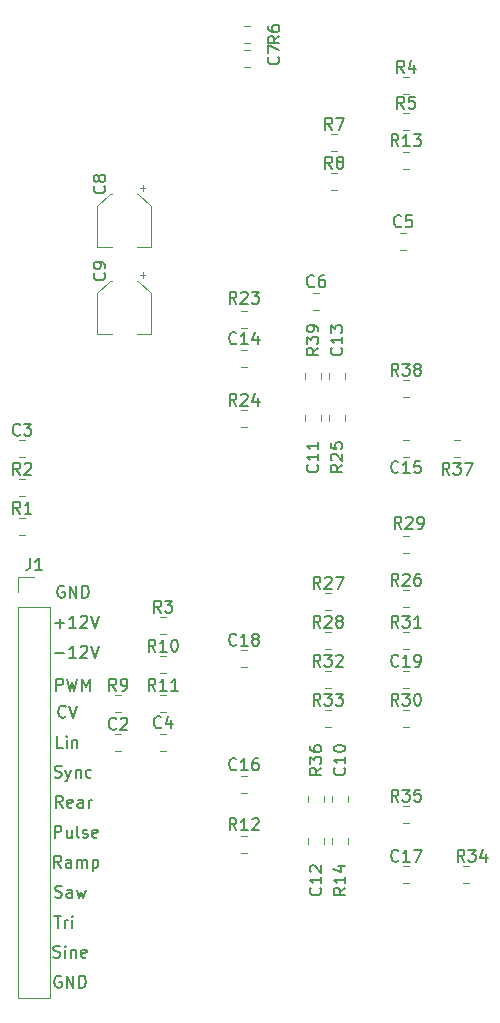
<source format=gbr>
G04 #@! TF.GenerationSoftware,KiCad,Pcbnew,(5.1.4-0-10_14)*
G04 #@! TF.CreationDate,2019-10-08T21:24:40-07:00*
G04 #@! TF.ProjectId,VCO_Main,56434f5f-4d61-4696-9e2e-6b696361645f,rev?*
G04 #@! TF.SameCoordinates,Original*
G04 #@! TF.FileFunction,Legend,Top*
G04 #@! TF.FilePolarity,Positive*
%FSLAX46Y46*%
G04 Gerber Fmt 4.6, Leading zero omitted, Abs format (unit mm)*
G04 Created by KiCad (PCBNEW (5.1.4-0-10_14)) date 2019-10-08 21:24:40*
%MOMM*%
%LPD*%
G04 APERTURE LIST*
%ADD10C,0.150000*%
%ADD11C,0.120000*%
G04 APERTURE END LIST*
D10*
X73406095Y-150884000D02*
X73310857Y-150836380D01*
X73168000Y-150836380D01*
X73025142Y-150884000D01*
X72929904Y-150979238D01*
X72882285Y-151074476D01*
X72834666Y-151264952D01*
X72834666Y-151407809D01*
X72882285Y-151598285D01*
X72929904Y-151693523D01*
X73025142Y-151788761D01*
X73168000Y-151836380D01*
X73263238Y-151836380D01*
X73406095Y-151788761D01*
X73453714Y-151741142D01*
X73453714Y-151407809D01*
X73263238Y-151407809D01*
X73882285Y-151836380D02*
X73882285Y-150836380D01*
X74453714Y-151836380D01*
X74453714Y-150836380D01*
X74929904Y-151836380D02*
X74929904Y-150836380D01*
X75168000Y-150836380D01*
X75310857Y-150884000D01*
X75406095Y-150979238D01*
X75453714Y-151074476D01*
X75501333Y-151264952D01*
X75501333Y-151407809D01*
X75453714Y-151598285D01*
X75406095Y-151693523D01*
X75310857Y-151788761D01*
X75168000Y-151836380D01*
X74929904Y-151836380D01*
X73414095Y-141676380D02*
X73080761Y-141200190D01*
X72842666Y-141676380D02*
X72842666Y-140676380D01*
X73223619Y-140676380D01*
X73318857Y-140724000D01*
X73366476Y-140771619D01*
X73414095Y-140866857D01*
X73414095Y-141009714D01*
X73366476Y-141104952D01*
X73318857Y-141152571D01*
X73223619Y-141200190D01*
X72842666Y-141200190D01*
X74271238Y-141676380D02*
X74271238Y-141152571D01*
X74223619Y-141057333D01*
X74128380Y-141009714D01*
X73937904Y-141009714D01*
X73842666Y-141057333D01*
X74271238Y-141628761D02*
X74176000Y-141676380D01*
X73937904Y-141676380D01*
X73842666Y-141628761D01*
X73795047Y-141533523D01*
X73795047Y-141438285D01*
X73842666Y-141343047D01*
X73937904Y-141295428D01*
X74176000Y-141295428D01*
X74271238Y-141247809D01*
X74747428Y-141676380D02*
X74747428Y-141009714D01*
X74747428Y-141104952D02*
X74795047Y-141057333D01*
X74890285Y-141009714D01*
X75033142Y-141009714D01*
X75128380Y-141057333D01*
X75176000Y-141152571D01*
X75176000Y-141676380D01*
X75176000Y-141152571D02*
X75223619Y-141057333D01*
X75318857Y-141009714D01*
X75461714Y-141009714D01*
X75556952Y-141057333D01*
X75604571Y-141152571D01*
X75604571Y-141676380D01*
X76080761Y-141009714D02*
X76080761Y-142009714D01*
X76080761Y-141057333D02*
X76176000Y-141009714D01*
X76366476Y-141009714D01*
X76461714Y-141057333D01*
X76509333Y-141104952D01*
X76556952Y-141200190D01*
X76556952Y-141485904D01*
X76509333Y-141581142D01*
X76461714Y-141628761D01*
X76366476Y-141676380D01*
X76176000Y-141676380D01*
X76080761Y-141628761D01*
X73660095Y-117864000D02*
X73564857Y-117816380D01*
X73422000Y-117816380D01*
X73279142Y-117864000D01*
X73183904Y-117959238D01*
X73136285Y-118054476D01*
X73088666Y-118244952D01*
X73088666Y-118387809D01*
X73136285Y-118578285D01*
X73183904Y-118673523D01*
X73279142Y-118768761D01*
X73422000Y-118816380D01*
X73517238Y-118816380D01*
X73660095Y-118768761D01*
X73707714Y-118721142D01*
X73707714Y-118387809D01*
X73517238Y-118387809D01*
X74136285Y-118816380D02*
X74136285Y-117816380D01*
X74707714Y-118816380D01*
X74707714Y-117816380D01*
X75183904Y-118816380D02*
X75183904Y-117816380D01*
X75422000Y-117816380D01*
X75564857Y-117864000D01*
X75660095Y-117959238D01*
X75707714Y-118054476D01*
X75755333Y-118244952D01*
X75755333Y-118387809D01*
X75707714Y-118578285D01*
X75660095Y-118673523D01*
X75564857Y-118768761D01*
X75422000Y-118816380D01*
X75183904Y-118816380D01*
X72763238Y-149248761D02*
X72906095Y-149296380D01*
X73144190Y-149296380D01*
X73239428Y-149248761D01*
X73287047Y-149201142D01*
X73334666Y-149105904D01*
X73334666Y-149010666D01*
X73287047Y-148915428D01*
X73239428Y-148867809D01*
X73144190Y-148820190D01*
X72953714Y-148772571D01*
X72858476Y-148724952D01*
X72810857Y-148677333D01*
X72763238Y-148582095D01*
X72763238Y-148486857D01*
X72810857Y-148391619D01*
X72858476Y-148344000D01*
X72953714Y-148296380D01*
X73191809Y-148296380D01*
X73334666Y-148344000D01*
X73763238Y-149296380D02*
X73763238Y-148629714D01*
X73763238Y-148296380D02*
X73715619Y-148344000D01*
X73763238Y-148391619D01*
X73810857Y-148344000D01*
X73763238Y-148296380D01*
X73763238Y-148391619D01*
X74239428Y-148629714D02*
X74239428Y-149296380D01*
X74239428Y-148724952D02*
X74287047Y-148677333D01*
X74382285Y-148629714D01*
X74525142Y-148629714D01*
X74620380Y-148677333D01*
X74668000Y-148772571D01*
X74668000Y-149296380D01*
X75525142Y-149248761D02*
X75429904Y-149296380D01*
X75239428Y-149296380D01*
X75144190Y-149248761D01*
X75096571Y-149153523D01*
X75096571Y-148772571D01*
X75144190Y-148677333D01*
X75239428Y-148629714D01*
X75429904Y-148629714D01*
X75525142Y-148677333D01*
X75572761Y-148772571D01*
X75572761Y-148867809D01*
X75096571Y-148963047D01*
X72826666Y-145756380D02*
X73398095Y-145756380D01*
X73112380Y-146756380D02*
X73112380Y-145756380D01*
X73731428Y-146756380D02*
X73731428Y-146089714D01*
X73731428Y-146280190D02*
X73779047Y-146184952D01*
X73826666Y-146137333D01*
X73921904Y-146089714D01*
X74017142Y-146089714D01*
X74350476Y-146756380D02*
X74350476Y-146089714D01*
X74350476Y-145756380D02*
X74302857Y-145804000D01*
X74350476Y-145851619D01*
X74398095Y-145804000D01*
X74350476Y-145756380D01*
X74350476Y-145851619D01*
X72866476Y-139136380D02*
X72866476Y-138136380D01*
X73247428Y-138136380D01*
X73342666Y-138184000D01*
X73390285Y-138231619D01*
X73437904Y-138326857D01*
X73437904Y-138469714D01*
X73390285Y-138564952D01*
X73342666Y-138612571D01*
X73247428Y-138660190D01*
X72866476Y-138660190D01*
X74295047Y-138469714D02*
X74295047Y-139136380D01*
X73866476Y-138469714D02*
X73866476Y-138993523D01*
X73914095Y-139088761D01*
X74009333Y-139136380D01*
X74152190Y-139136380D01*
X74247428Y-139088761D01*
X74295047Y-139041142D01*
X74914095Y-139136380D02*
X74818857Y-139088761D01*
X74771238Y-138993523D01*
X74771238Y-138136380D01*
X75247428Y-139088761D02*
X75342666Y-139136380D01*
X75533142Y-139136380D01*
X75628380Y-139088761D01*
X75676000Y-138993523D01*
X75676000Y-138945904D01*
X75628380Y-138850666D01*
X75533142Y-138803047D01*
X75390285Y-138803047D01*
X75295047Y-138755428D01*
X75247428Y-138660190D01*
X75247428Y-138612571D01*
X75295047Y-138517333D01*
X75390285Y-138469714D01*
X75533142Y-138469714D01*
X75628380Y-138517333D01*
X76485523Y-139088761D02*
X76390285Y-139136380D01*
X76199809Y-139136380D01*
X76104571Y-139088761D01*
X76056952Y-138993523D01*
X76056952Y-138612571D01*
X76104571Y-138517333D01*
X76199809Y-138469714D01*
X76390285Y-138469714D01*
X76485523Y-138517333D01*
X76533142Y-138612571D01*
X76533142Y-138707809D01*
X76056952Y-138803047D01*
X72906095Y-144168761D02*
X73048952Y-144216380D01*
X73287047Y-144216380D01*
X73382285Y-144168761D01*
X73429904Y-144121142D01*
X73477523Y-144025904D01*
X73477523Y-143930666D01*
X73429904Y-143835428D01*
X73382285Y-143787809D01*
X73287047Y-143740190D01*
X73096571Y-143692571D01*
X73001333Y-143644952D01*
X72953714Y-143597333D01*
X72906095Y-143502095D01*
X72906095Y-143406857D01*
X72953714Y-143311619D01*
X73001333Y-143264000D01*
X73096571Y-143216380D01*
X73334666Y-143216380D01*
X73477523Y-143264000D01*
X74334666Y-144216380D02*
X74334666Y-143692571D01*
X74287047Y-143597333D01*
X74191809Y-143549714D01*
X74001333Y-143549714D01*
X73906095Y-143597333D01*
X74334666Y-144168761D02*
X74239428Y-144216380D01*
X74001333Y-144216380D01*
X73906095Y-144168761D01*
X73858476Y-144073523D01*
X73858476Y-143978285D01*
X73906095Y-143883047D01*
X74001333Y-143835428D01*
X74239428Y-143835428D01*
X74334666Y-143787809D01*
X74715619Y-143549714D02*
X74906095Y-144216380D01*
X75096571Y-143740190D01*
X75287047Y-144216380D01*
X75477523Y-143549714D01*
X72914095Y-123515428D02*
X73676000Y-123515428D01*
X74676000Y-123896380D02*
X74104571Y-123896380D01*
X74390285Y-123896380D02*
X74390285Y-122896380D01*
X74295047Y-123039238D01*
X74199809Y-123134476D01*
X74104571Y-123182095D01*
X75056952Y-122991619D02*
X75104571Y-122944000D01*
X75199809Y-122896380D01*
X75437904Y-122896380D01*
X75533142Y-122944000D01*
X75580761Y-122991619D01*
X75628380Y-123086857D01*
X75628380Y-123182095D01*
X75580761Y-123324952D01*
X75009333Y-123896380D01*
X75628380Y-123896380D01*
X75914095Y-122896380D02*
X76247428Y-123896380D01*
X76580761Y-122896380D01*
X72914095Y-120975428D02*
X73676000Y-120975428D01*
X73295047Y-121356380D02*
X73295047Y-120594476D01*
X74676000Y-121356380D02*
X74104571Y-121356380D01*
X74390285Y-121356380D02*
X74390285Y-120356380D01*
X74295047Y-120499238D01*
X74199809Y-120594476D01*
X74104571Y-120642095D01*
X75056952Y-120451619D02*
X75104571Y-120404000D01*
X75199809Y-120356380D01*
X75437904Y-120356380D01*
X75533142Y-120404000D01*
X75580761Y-120451619D01*
X75628380Y-120546857D01*
X75628380Y-120642095D01*
X75580761Y-120784952D01*
X75009333Y-121356380D01*
X75628380Y-121356380D01*
X75914095Y-120356380D02*
X76247428Y-121356380D01*
X76580761Y-120356380D01*
X73794952Y-128881142D02*
X73747333Y-128928761D01*
X73604476Y-128976380D01*
X73509238Y-128976380D01*
X73366380Y-128928761D01*
X73271142Y-128833523D01*
X73223523Y-128738285D01*
X73175904Y-128547809D01*
X73175904Y-128404952D01*
X73223523Y-128214476D01*
X73271142Y-128119238D01*
X73366380Y-128024000D01*
X73509238Y-127976380D01*
X73604476Y-127976380D01*
X73747333Y-128024000D01*
X73794952Y-128071619D01*
X74080666Y-127976380D02*
X74414000Y-128976380D01*
X74747333Y-127976380D01*
X73533047Y-131516380D02*
X73056857Y-131516380D01*
X73056857Y-130516380D01*
X73866380Y-131516380D02*
X73866380Y-130849714D01*
X73866380Y-130516380D02*
X73818761Y-130564000D01*
X73866380Y-130611619D01*
X73914000Y-130564000D01*
X73866380Y-130516380D01*
X73866380Y-130611619D01*
X74342571Y-130849714D02*
X74342571Y-131516380D01*
X74342571Y-130944952D02*
X74390190Y-130897333D01*
X74485428Y-130849714D01*
X74628285Y-130849714D01*
X74723523Y-130897333D01*
X74771142Y-130992571D01*
X74771142Y-131516380D01*
X73541047Y-136596380D02*
X73207714Y-136120190D01*
X72969619Y-136596380D02*
X72969619Y-135596380D01*
X73350571Y-135596380D01*
X73445809Y-135644000D01*
X73493428Y-135691619D01*
X73541047Y-135786857D01*
X73541047Y-135929714D01*
X73493428Y-136024952D01*
X73445809Y-136072571D01*
X73350571Y-136120190D01*
X72969619Y-136120190D01*
X74350571Y-136548761D02*
X74255333Y-136596380D01*
X74064857Y-136596380D01*
X73969619Y-136548761D01*
X73922000Y-136453523D01*
X73922000Y-136072571D01*
X73969619Y-135977333D01*
X74064857Y-135929714D01*
X74255333Y-135929714D01*
X74350571Y-135977333D01*
X74398190Y-136072571D01*
X74398190Y-136167809D01*
X73922000Y-136263047D01*
X75255333Y-136596380D02*
X75255333Y-136072571D01*
X75207714Y-135977333D01*
X75112476Y-135929714D01*
X74922000Y-135929714D01*
X74826761Y-135977333D01*
X75255333Y-136548761D02*
X75160095Y-136596380D01*
X74922000Y-136596380D01*
X74826761Y-136548761D01*
X74779142Y-136453523D01*
X74779142Y-136358285D01*
X74826761Y-136263047D01*
X74922000Y-136215428D01*
X75160095Y-136215428D01*
X75255333Y-136167809D01*
X75731523Y-136596380D02*
X75731523Y-135929714D01*
X75731523Y-136120190D02*
X75779142Y-136024952D01*
X75826761Y-135977333D01*
X75922000Y-135929714D01*
X76017238Y-135929714D01*
X72874380Y-134008761D02*
X73017238Y-134056380D01*
X73255333Y-134056380D01*
X73350571Y-134008761D01*
X73398190Y-133961142D01*
X73445809Y-133865904D01*
X73445809Y-133770666D01*
X73398190Y-133675428D01*
X73350571Y-133627809D01*
X73255333Y-133580190D01*
X73064857Y-133532571D01*
X72969619Y-133484952D01*
X72922000Y-133437333D01*
X72874380Y-133342095D01*
X72874380Y-133246857D01*
X72922000Y-133151619D01*
X72969619Y-133104000D01*
X73064857Y-133056380D01*
X73302952Y-133056380D01*
X73445809Y-133104000D01*
X73779142Y-133389714D02*
X74017238Y-134056380D01*
X74255333Y-133389714D02*
X74017238Y-134056380D01*
X73922000Y-134294476D01*
X73874380Y-134342095D01*
X73779142Y-134389714D01*
X74636285Y-133389714D02*
X74636285Y-134056380D01*
X74636285Y-133484952D02*
X74683904Y-133437333D01*
X74779142Y-133389714D01*
X74922000Y-133389714D01*
X75017238Y-133437333D01*
X75064857Y-133532571D01*
X75064857Y-134056380D01*
X75969619Y-134008761D02*
X75874380Y-134056380D01*
X75683904Y-134056380D01*
X75588666Y-134008761D01*
X75541047Y-133961142D01*
X75493428Y-133865904D01*
X75493428Y-133580190D01*
X75541047Y-133484952D01*
X75588666Y-133437333D01*
X75683904Y-133389714D01*
X75874380Y-133389714D01*
X75969619Y-133437333D01*
X73017238Y-126690380D02*
X73017238Y-125690380D01*
X73398190Y-125690380D01*
X73493428Y-125738000D01*
X73541047Y-125785619D01*
X73588666Y-125880857D01*
X73588666Y-126023714D01*
X73541047Y-126118952D01*
X73493428Y-126166571D01*
X73398190Y-126214190D01*
X73017238Y-126214190D01*
X73922000Y-125690380D02*
X74160095Y-126690380D01*
X74350571Y-125976095D01*
X74541047Y-126690380D01*
X74779142Y-125690380D01*
X75160095Y-126690380D02*
X75160095Y-125690380D01*
X75493428Y-126404666D01*
X75826761Y-125690380D01*
X75826761Y-126690380D01*
D11*
X102874578Y-74728000D02*
X102357422Y-74728000D01*
X102874578Y-76148000D02*
X102357422Y-76148000D01*
X102357422Y-79196000D02*
X102874578Y-79196000D01*
X102357422Y-77776000D02*
X102874578Y-77776000D01*
X88895422Y-71830000D02*
X89412578Y-71830000D01*
X88895422Y-70410000D02*
X89412578Y-70410000D01*
X96778578Y-79554000D02*
X96261422Y-79554000D01*
X96778578Y-80974000D02*
X96261422Y-80974000D01*
X96261422Y-84276000D02*
X96778578Y-84276000D01*
X96261422Y-82856000D02*
X96778578Y-82856000D01*
X89158578Y-94540000D02*
X88641422Y-94540000D01*
X89158578Y-95960000D02*
X88641422Y-95960000D01*
X88641422Y-104342000D02*
X89158578Y-104342000D01*
X88641422Y-102922000D02*
X89158578Y-102922000D01*
X97484000Y-103890578D02*
X97484000Y-103373422D01*
X96064000Y-103890578D02*
X96064000Y-103373422D01*
X102874578Y-118162000D02*
X102357422Y-118162000D01*
X102874578Y-119582000D02*
X102357422Y-119582000D01*
X96270578Y-118416000D02*
X95753422Y-118416000D01*
X96270578Y-119836000D02*
X95753422Y-119836000D01*
X96270578Y-121718000D02*
X95753422Y-121718000D01*
X96270578Y-123138000D02*
X95753422Y-123138000D01*
X102357422Y-115010000D02*
X102874578Y-115010000D01*
X102357422Y-113590000D02*
X102874578Y-113590000D01*
X102357422Y-129742000D02*
X102874578Y-129742000D01*
X102357422Y-128322000D02*
X102874578Y-128322000D01*
X102874578Y-121718000D02*
X102357422Y-121718000D01*
X102874578Y-123138000D02*
X102357422Y-123138000D01*
X96270578Y-125020000D02*
X95753422Y-125020000D01*
X96270578Y-126440000D02*
X95753422Y-126440000D01*
X96270578Y-128322000D02*
X95753422Y-128322000D01*
X96270578Y-129742000D02*
X95753422Y-129742000D01*
X107954578Y-141530000D02*
X107437422Y-141530000D01*
X107954578Y-142950000D02*
X107437422Y-142950000D01*
X102874578Y-136450000D02*
X102357422Y-136450000D01*
X102874578Y-137870000D02*
X102357422Y-137870000D01*
X95706000Y-136148578D02*
X95706000Y-135631422D01*
X94286000Y-136148578D02*
X94286000Y-135631422D01*
X107192578Y-105462000D02*
X106675422Y-105462000D01*
X107192578Y-106882000D02*
X106675422Y-106882000D01*
X102874578Y-100382000D02*
X102357422Y-100382000D01*
X102874578Y-101802000D02*
X102357422Y-101802000D01*
X95452000Y-100334578D02*
X95452000Y-99817422D01*
X94032000Y-100334578D02*
X94032000Y-99817422D01*
X88895422Y-72442000D02*
X89412578Y-72442000D01*
X88895422Y-73862000D02*
X89412578Y-73862000D01*
X102357422Y-82498000D02*
X102874578Y-82498000D01*
X102357422Y-81078000D02*
X102874578Y-81078000D01*
X76480000Y-89128000D02*
X77680000Y-89128000D01*
X81000000Y-89128000D02*
X79800000Y-89128000D01*
X81000000Y-85672437D02*
X81000000Y-89128000D01*
X76480000Y-85672437D02*
X76480000Y-89128000D01*
X77544437Y-84608000D02*
X77680000Y-84608000D01*
X79935563Y-84608000D02*
X79800000Y-84608000D01*
X79935563Y-84608000D02*
X81000000Y-85672437D01*
X77544437Y-84608000D02*
X76480000Y-85672437D01*
X80300000Y-83868000D02*
X80300000Y-84368000D01*
X80550000Y-84118000D02*
X80050000Y-84118000D01*
X80550000Y-91484000D02*
X80050000Y-91484000D01*
X80300000Y-91234000D02*
X80300000Y-91734000D01*
X77544437Y-91974000D02*
X76480000Y-93038437D01*
X79935563Y-91974000D02*
X81000000Y-93038437D01*
X79935563Y-91974000D02*
X79800000Y-91974000D01*
X77544437Y-91974000D02*
X77680000Y-91974000D01*
X76480000Y-93038437D02*
X76480000Y-96494000D01*
X81000000Y-93038437D02*
X81000000Y-96494000D01*
X81000000Y-96494000D02*
X79800000Y-96494000D01*
X76480000Y-96494000D02*
X77680000Y-96494000D01*
X78490578Y-131774000D02*
X77973422Y-131774000D01*
X78490578Y-130354000D02*
X77973422Y-130354000D01*
X69845422Y-105462000D02*
X70362578Y-105462000D01*
X69845422Y-106882000D02*
X70362578Y-106882000D01*
X81783422Y-131774000D02*
X82300578Y-131774000D01*
X81783422Y-130354000D02*
X82300578Y-130354000D01*
X102103422Y-87936000D02*
X102620578Y-87936000D01*
X102103422Y-89356000D02*
X102620578Y-89356000D01*
X94737422Y-94436000D02*
X95254578Y-94436000D01*
X94737422Y-93016000D02*
X95254578Y-93016000D01*
X69845422Y-113486000D02*
X70362578Y-113486000D01*
X69845422Y-112066000D02*
X70362578Y-112066000D01*
X70362578Y-110184000D02*
X69845422Y-110184000D01*
X70362578Y-108764000D02*
X69845422Y-108764000D01*
X82300578Y-120448000D02*
X81783422Y-120448000D01*
X82300578Y-121868000D02*
X81783422Y-121868000D01*
X78490578Y-128472000D02*
X77973422Y-128472000D01*
X78490578Y-127052000D02*
X77973422Y-127052000D01*
X82300578Y-123750000D02*
X81783422Y-123750000D01*
X82300578Y-125170000D02*
X81783422Y-125170000D01*
X82300578Y-128472000D02*
X81783422Y-128472000D01*
X82300578Y-127052000D02*
X81783422Y-127052000D01*
X69790000Y-152714000D02*
X72450000Y-152714000D01*
X69790000Y-119634000D02*
X69790000Y-152714000D01*
X72450000Y-119634000D02*
X72450000Y-152714000D01*
X69790000Y-119634000D02*
X72450000Y-119634000D01*
X69790000Y-118364000D02*
X69790000Y-117034000D01*
X69790000Y-117034000D02*
X71120000Y-117034000D01*
X88641422Y-140410000D02*
X89158578Y-140410000D01*
X88641422Y-138990000D02*
X89158578Y-138990000D01*
X96318000Y-139704578D02*
X96318000Y-139187422D01*
X97738000Y-139704578D02*
X97738000Y-139187422D01*
X96318000Y-135631422D02*
X96318000Y-136148578D01*
X97738000Y-135631422D02*
X97738000Y-136148578D01*
X95452000Y-103373422D02*
X95452000Y-103890578D01*
X94032000Y-103373422D02*
X94032000Y-103890578D01*
X95706000Y-139187422D02*
X95706000Y-139704578D01*
X94286000Y-139187422D02*
X94286000Y-139704578D01*
X96064000Y-99817422D02*
X96064000Y-100334578D01*
X97484000Y-99817422D02*
X97484000Y-100334578D01*
X88641422Y-97842000D02*
X89158578Y-97842000D01*
X88641422Y-99262000D02*
X89158578Y-99262000D01*
X102874578Y-105462000D02*
X102357422Y-105462000D01*
X102874578Y-106882000D02*
X102357422Y-106882000D01*
X88641422Y-133910000D02*
X89158578Y-133910000D01*
X88641422Y-135330000D02*
X89158578Y-135330000D01*
X102874578Y-141530000D02*
X102357422Y-141530000D01*
X102874578Y-142950000D02*
X102357422Y-142950000D01*
X88641422Y-123242000D02*
X89158578Y-123242000D01*
X88641422Y-124662000D02*
X89158578Y-124662000D01*
X102874578Y-125020000D02*
X102357422Y-125020000D01*
X102874578Y-126440000D02*
X102357422Y-126440000D01*
D10*
X102449333Y-74366380D02*
X102116000Y-73890190D01*
X101877904Y-74366380D02*
X101877904Y-73366380D01*
X102258857Y-73366380D01*
X102354095Y-73414000D01*
X102401714Y-73461619D01*
X102449333Y-73556857D01*
X102449333Y-73699714D01*
X102401714Y-73794952D01*
X102354095Y-73842571D01*
X102258857Y-73890190D01*
X101877904Y-73890190D01*
X103306476Y-73699714D02*
X103306476Y-74366380D01*
X103068380Y-73318761D02*
X102830285Y-74033047D01*
X103449333Y-74033047D01*
X102449333Y-77414380D02*
X102116000Y-76938190D01*
X101877904Y-77414380D02*
X101877904Y-76414380D01*
X102258857Y-76414380D01*
X102354095Y-76462000D01*
X102401714Y-76509619D01*
X102449333Y-76604857D01*
X102449333Y-76747714D01*
X102401714Y-76842952D01*
X102354095Y-76890571D01*
X102258857Y-76938190D01*
X101877904Y-76938190D01*
X103354095Y-76414380D02*
X102877904Y-76414380D01*
X102830285Y-76890571D01*
X102877904Y-76842952D01*
X102973142Y-76795333D01*
X103211238Y-76795333D01*
X103306476Y-76842952D01*
X103354095Y-76890571D01*
X103401714Y-76985809D01*
X103401714Y-77223904D01*
X103354095Y-77319142D01*
X103306476Y-77366761D01*
X103211238Y-77414380D01*
X102973142Y-77414380D01*
X102877904Y-77366761D01*
X102830285Y-77319142D01*
X91892380Y-71286666D02*
X91416190Y-71620000D01*
X91892380Y-71858095D02*
X90892380Y-71858095D01*
X90892380Y-71477142D01*
X90940000Y-71381904D01*
X90987619Y-71334285D01*
X91082857Y-71286666D01*
X91225714Y-71286666D01*
X91320952Y-71334285D01*
X91368571Y-71381904D01*
X91416190Y-71477142D01*
X91416190Y-71858095D01*
X90892380Y-70429523D02*
X90892380Y-70620000D01*
X90940000Y-70715238D01*
X90987619Y-70762857D01*
X91130476Y-70858095D01*
X91320952Y-70905714D01*
X91701904Y-70905714D01*
X91797142Y-70858095D01*
X91844761Y-70810476D01*
X91892380Y-70715238D01*
X91892380Y-70524761D01*
X91844761Y-70429523D01*
X91797142Y-70381904D01*
X91701904Y-70334285D01*
X91463809Y-70334285D01*
X91368571Y-70381904D01*
X91320952Y-70429523D01*
X91273333Y-70524761D01*
X91273333Y-70715238D01*
X91320952Y-70810476D01*
X91368571Y-70858095D01*
X91463809Y-70905714D01*
X96353333Y-79192380D02*
X96020000Y-78716190D01*
X95781904Y-79192380D02*
X95781904Y-78192380D01*
X96162857Y-78192380D01*
X96258095Y-78240000D01*
X96305714Y-78287619D01*
X96353333Y-78382857D01*
X96353333Y-78525714D01*
X96305714Y-78620952D01*
X96258095Y-78668571D01*
X96162857Y-78716190D01*
X95781904Y-78716190D01*
X96686666Y-78192380D02*
X97353333Y-78192380D01*
X96924761Y-79192380D01*
X96353333Y-82494380D02*
X96020000Y-82018190D01*
X95781904Y-82494380D02*
X95781904Y-81494380D01*
X96162857Y-81494380D01*
X96258095Y-81542000D01*
X96305714Y-81589619D01*
X96353333Y-81684857D01*
X96353333Y-81827714D01*
X96305714Y-81922952D01*
X96258095Y-81970571D01*
X96162857Y-82018190D01*
X95781904Y-82018190D01*
X96924761Y-81922952D02*
X96829523Y-81875333D01*
X96781904Y-81827714D01*
X96734285Y-81732476D01*
X96734285Y-81684857D01*
X96781904Y-81589619D01*
X96829523Y-81542000D01*
X96924761Y-81494380D01*
X97115238Y-81494380D01*
X97210476Y-81542000D01*
X97258095Y-81589619D01*
X97305714Y-81684857D01*
X97305714Y-81732476D01*
X97258095Y-81827714D01*
X97210476Y-81875333D01*
X97115238Y-81922952D01*
X96924761Y-81922952D01*
X96829523Y-81970571D01*
X96781904Y-82018190D01*
X96734285Y-82113428D01*
X96734285Y-82303904D01*
X96781904Y-82399142D01*
X96829523Y-82446761D01*
X96924761Y-82494380D01*
X97115238Y-82494380D01*
X97210476Y-82446761D01*
X97258095Y-82399142D01*
X97305714Y-82303904D01*
X97305714Y-82113428D01*
X97258095Y-82018190D01*
X97210476Y-81970571D01*
X97115238Y-81922952D01*
X88257142Y-93924380D02*
X87923809Y-93448190D01*
X87685714Y-93924380D02*
X87685714Y-92924380D01*
X88066666Y-92924380D01*
X88161904Y-92972000D01*
X88209523Y-93019619D01*
X88257142Y-93114857D01*
X88257142Y-93257714D01*
X88209523Y-93352952D01*
X88161904Y-93400571D01*
X88066666Y-93448190D01*
X87685714Y-93448190D01*
X88638095Y-93019619D02*
X88685714Y-92972000D01*
X88780952Y-92924380D01*
X89019047Y-92924380D01*
X89114285Y-92972000D01*
X89161904Y-93019619D01*
X89209523Y-93114857D01*
X89209523Y-93210095D01*
X89161904Y-93352952D01*
X88590476Y-93924380D01*
X89209523Y-93924380D01*
X89542857Y-92924380D02*
X90161904Y-92924380D01*
X89828571Y-93305333D01*
X89971428Y-93305333D01*
X90066666Y-93352952D01*
X90114285Y-93400571D01*
X90161904Y-93495809D01*
X90161904Y-93733904D01*
X90114285Y-93829142D01*
X90066666Y-93876761D01*
X89971428Y-93924380D01*
X89685714Y-93924380D01*
X89590476Y-93876761D01*
X89542857Y-93829142D01*
X88257142Y-102560380D02*
X87923809Y-102084190D01*
X87685714Y-102560380D02*
X87685714Y-101560380D01*
X88066666Y-101560380D01*
X88161904Y-101608000D01*
X88209523Y-101655619D01*
X88257142Y-101750857D01*
X88257142Y-101893714D01*
X88209523Y-101988952D01*
X88161904Y-102036571D01*
X88066666Y-102084190D01*
X87685714Y-102084190D01*
X88638095Y-101655619D02*
X88685714Y-101608000D01*
X88780952Y-101560380D01*
X89019047Y-101560380D01*
X89114285Y-101608000D01*
X89161904Y-101655619D01*
X89209523Y-101750857D01*
X89209523Y-101846095D01*
X89161904Y-101988952D01*
X88590476Y-102560380D01*
X89209523Y-102560380D01*
X90066666Y-101893714D02*
X90066666Y-102560380D01*
X89828571Y-101512761D02*
X89590476Y-102227047D01*
X90209523Y-102227047D01*
X97226380Y-107576857D02*
X96750190Y-107910190D01*
X97226380Y-108148285D02*
X96226380Y-108148285D01*
X96226380Y-107767333D01*
X96274000Y-107672095D01*
X96321619Y-107624476D01*
X96416857Y-107576857D01*
X96559714Y-107576857D01*
X96654952Y-107624476D01*
X96702571Y-107672095D01*
X96750190Y-107767333D01*
X96750190Y-108148285D01*
X96321619Y-107195904D02*
X96274000Y-107148285D01*
X96226380Y-107053047D01*
X96226380Y-106814952D01*
X96274000Y-106719714D01*
X96321619Y-106672095D01*
X96416857Y-106624476D01*
X96512095Y-106624476D01*
X96654952Y-106672095D01*
X97226380Y-107243523D01*
X97226380Y-106624476D01*
X96226380Y-105719714D02*
X96226380Y-106195904D01*
X96702571Y-106243523D01*
X96654952Y-106195904D01*
X96607333Y-106100666D01*
X96607333Y-105862571D01*
X96654952Y-105767333D01*
X96702571Y-105719714D01*
X96797809Y-105672095D01*
X97035904Y-105672095D01*
X97131142Y-105719714D01*
X97178761Y-105767333D01*
X97226380Y-105862571D01*
X97226380Y-106100666D01*
X97178761Y-106195904D01*
X97131142Y-106243523D01*
X101973142Y-117800380D02*
X101639809Y-117324190D01*
X101401714Y-117800380D02*
X101401714Y-116800380D01*
X101782666Y-116800380D01*
X101877904Y-116848000D01*
X101925523Y-116895619D01*
X101973142Y-116990857D01*
X101973142Y-117133714D01*
X101925523Y-117228952D01*
X101877904Y-117276571D01*
X101782666Y-117324190D01*
X101401714Y-117324190D01*
X102354095Y-116895619D02*
X102401714Y-116848000D01*
X102496952Y-116800380D01*
X102735047Y-116800380D01*
X102830285Y-116848000D01*
X102877904Y-116895619D01*
X102925523Y-116990857D01*
X102925523Y-117086095D01*
X102877904Y-117228952D01*
X102306476Y-117800380D01*
X102925523Y-117800380D01*
X103782666Y-116800380D02*
X103592190Y-116800380D01*
X103496952Y-116848000D01*
X103449333Y-116895619D01*
X103354095Y-117038476D01*
X103306476Y-117228952D01*
X103306476Y-117609904D01*
X103354095Y-117705142D01*
X103401714Y-117752761D01*
X103496952Y-117800380D01*
X103687428Y-117800380D01*
X103782666Y-117752761D01*
X103830285Y-117705142D01*
X103877904Y-117609904D01*
X103877904Y-117371809D01*
X103830285Y-117276571D01*
X103782666Y-117228952D01*
X103687428Y-117181333D01*
X103496952Y-117181333D01*
X103401714Y-117228952D01*
X103354095Y-117276571D01*
X103306476Y-117371809D01*
X95369142Y-118054380D02*
X95035809Y-117578190D01*
X94797714Y-118054380D02*
X94797714Y-117054380D01*
X95178666Y-117054380D01*
X95273904Y-117102000D01*
X95321523Y-117149619D01*
X95369142Y-117244857D01*
X95369142Y-117387714D01*
X95321523Y-117482952D01*
X95273904Y-117530571D01*
X95178666Y-117578190D01*
X94797714Y-117578190D01*
X95750095Y-117149619D02*
X95797714Y-117102000D01*
X95892952Y-117054380D01*
X96131047Y-117054380D01*
X96226285Y-117102000D01*
X96273904Y-117149619D01*
X96321523Y-117244857D01*
X96321523Y-117340095D01*
X96273904Y-117482952D01*
X95702476Y-118054380D01*
X96321523Y-118054380D01*
X96654857Y-117054380D02*
X97321523Y-117054380D01*
X96892952Y-118054380D01*
X95369142Y-121356380D02*
X95035809Y-120880190D01*
X94797714Y-121356380D02*
X94797714Y-120356380D01*
X95178666Y-120356380D01*
X95273904Y-120404000D01*
X95321523Y-120451619D01*
X95369142Y-120546857D01*
X95369142Y-120689714D01*
X95321523Y-120784952D01*
X95273904Y-120832571D01*
X95178666Y-120880190D01*
X94797714Y-120880190D01*
X95750095Y-120451619D02*
X95797714Y-120404000D01*
X95892952Y-120356380D01*
X96131047Y-120356380D01*
X96226285Y-120404000D01*
X96273904Y-120451619D01*
X96321523Y-120546857D01*
X96321523Y-120642095D01*
X96273904Y-120784952D01*
X95702476Y-121356380D01*
X96321523Y-121356380D01*
X96892952Y-120784952D02*
X96797714Y-120737333D01*
X96750095Y-120689714D01*
X96702476Y-120594476D01*
X96702476Y-120546857D01*
X96750095Y-120451619D01*
X96797714Y-120404000D01*
X96892952Y-120356380D01*
X97083428Y-120356380D01*
X97178666Y-120404000D01*
X97226285Y-120451619D01*
X97273904Y-120546857D01*
X97273904Y-120594476D01*
X97226285Y-120689714D01*
X97178666Y-120737333D01*
X97083428Y-120784952D01*
X96892952Y-120784952D01*
X96797714Y-120832571D01*
X96750095Y-120880190D01*
X96702476Y-120975428D01*
X96702476Y-121165904D01*
X96750095Y-121261142D01*
X96797714Y-121308761D01*
X96892952Y-121356380D01*
X97083428Y-121356380D01*
X97178666Y-121308761D01*
X97226285Y-121261142D01*
X97273904Y-121165904D01*
X97273904Y-120975428D01*
X97226285Y-120880190D01*
X97178666Y-120832571D01*
X97083428Y-120784952D01*
X102227142Y-112974380D02*
X101893809Y-112498190D01*
X101655714Y-112974380D02*
X101655714Y-111974380D01*
X102036666Y-111974380D01*
X102131904Y-112022000D01*
X102179523Y-112069619D01*
X102227142Y-112164857D01*
X102227142Y-112307714D01*
X102179523Y-112402952D01*
X102131904Y-112450571D01*
X102036666Y-112498190D01*
X101655714Y-112498190D01*
X102608095Y-112069619D02*
X102655714Y-112022000D01*
X102750952Y-111974380D01*
X102989047Y-111974380D01*
X103084285Y-112022000D01*
X103131904Y-112069619D01*
X103179523Y-112164857D01*
X103179523Y-112260095D01*
X103131904Y-112402952D01*
X102560476Y-112974380D01*
X103179523Y-112974380D01*
X103655714Y-112974380D02*
X103846190Y-112974380D01*
X103941428Y-112926761D01*
X103989047Y-112879142D01*
X104084285Y-112736285D01*
X104131904Y-112545809D01*
X104131904Y-112164857D01*
X104084285Y-112069619D01*
X104036666Y-112022000D01*
X103941428Y-111974380D01*
X103750952Y-111974380D01*
X103655714Y-112022000D01*
X103608095Y-112069619D01*
X103560476Y-112164857D01*
X103560476Y-112402952D01*
X103608095Y-112498190D01*
X103655714Y-112545809D01*
X103750952Y-112593428D01*
X103941428Y-112593428D01*
X104036666Y-112545809D01*
X104084285Y-112498190D01*
X104131904Y-112402952D01*
X101973142Y-127960380D02*
X101639809Y-127484190D01*
X101401714Y-127960380D02*
X101401714Y-126960380D01*
X101782666Y-126960380D01*
X101877904Y-127008000D01*
X101925523Y-127055619D01*
X101973142Y-127150857D01*
X101973142Y-127293714D01*
X101925523Y-127388952D01*
X101877904Y-127436571D01*
X101782666Y-127484190D01*
X101401714Y-127484190D01*
X102306476Y-126960380D02*
X102925523Y-126960380D01*
X102592190Y-127341333D01*
X102735047Y-127341333D01*
X102830285Y-127388952D01*
X102877904Y-127436571D01*
X102925523Y-127531809D01*
X102925523Y-127769904D01*
X102877904Y-127865142D01*
X102830285Y-127912761D01*
X102735047Y-127960380D01*
X102449333Y-127960380D01*
X102354095Y-127912761D01*
X102306476Y-127865142D01*
X103544571Y-126960380D02*
X103639809Y-126960380D01*
X103735047Y-127008000D01*
X103782666Y-127055619D01*
X103830285Y-127150857D01*
X103877904Y-127341333D01*
X103877904Y-127579428D01*
X103830285Y-127769904D01*
X103782666Y-127865142D01*
X103735047Y-127912761D01*
X103639809Y-127960380D01*
X103544571Y-127960380D01*
X103449333Y-127912761D01*
X103401714Y-127865142D01*
X103354095Y-127769904D01*
X103306476Y-127579428D01*
X103306476Y-127341333D01*
X103354095Y-127150857D01*
X103401714Y-127055619D01*
X103449333Y-127008000D01*
X103544571Y-126960380D01*
X101973142Y-121356380D02*
X101639809Y-120880190D01*
X101401714Y-121356380D02*
X101401714Y-120356380D01*
X101782666Y-120356380D01*
X101877904Y-120404000D01*
X101925523Y-120451619D01*
X101973142Y-120546857D01*
X101973142Y-120689714D01*
X101925523Y-120784952D01*
X101877904Y-120832571D01*
X101782666Y-120880190D01*
X101401714Y-120880190D01*
X102306476Y-120356380D02*
X102925523Y-120356380D01*
X102592190Y-120737333D01*
X102735047Y-120737333D01*
X102830285Y-120784952D01*
X102877904Y-120832571D01*
X102925523Y-120927809D01*
X102925523Y-121165904D01*
X102877904Y-121261142D01*
X102830285Y-121308761D01*
X102735047Y-121356380D01*
X102449333Y-121356380D01*
X102354095Y-121308761D01*
X102306476Y-121261142D01*
X103877904Y-121356380D02*
X103306476Y-121356380D01*
X103592190Y-121356380D02*
X103592190Y-120356380D01*
X103496952Y-120499238D01*
X103401714Y-120594476D01*
X103306476Y-120642095D01*
X95369142Y-124658380D02*
X95035809Y-124182190D01*
X94797714Y-124658380D02*
X94797714Y-123658380D01*
X95178666Y-123658380D01*
X95273904Y-123706000D01*
X95321523Y-123753619D01*
X95369142Y-123848857D01*
X95369142Y-123991714D01*
X95321523Y-124086952D01*
X95273904Y-124134571D01*
X95178666Y-124182190D01*
X94797714Y-124182190D01*
X95702476Y-123658380D02*
X96321523Y-123658380D01*
X95988190Y-124039333D01*
X96131047Y-124039333D01*
X96226285Y-124086952D01*
X96273904Y-124134571D01*
X96321523Y-124229809D01*
X96321523Y-124467904D01*
X96273904Y-124563142D01*
X96226285Y-124610761D01*
X96131047Y-124658380D01*
X95845333Y-124658380D01*
X95750095Y-124610761D01*
X95702476Y-124563142D01*
X96702476Y-123753619D02*
X96750095Y-123706000D01*
X96845333Y-123658380D01*
X97083428Y-123658380D01*
X97178666Y-123706000D01*
X97226285Y-123753619D01*
X97273904Y-123848857D01*
X97273904Y-123944095D01*
X97226285Y-124086952D01*
X96654857Y-124658380D01*
X97273904Y-124658380D01*
X95369142Y-127960380D02*
X95035809Y-127484190D01*
X94797714Y-127960380D02*
X94797714Y-126960380D01*
X95178666Y-126960380D01*
X95273904Y-127008000D01*
X95321523Y-127055619D01*
X95369142Y-127150857D01*
X95369142Y-127293714D01*
X95321523Y-127388952D01*
X95273904Y-127436571D01*
X95178666Y-127484190D01*
X94797714Y-127484190D01*
X95702476Y-126960380D02*
X96321523Y-126960380D01*
X95988190Y-127341333D01*
X96131047Y-127341333D01*
X96226285Y-127388952D01*
X96273904Y-127436571D01*
X96321523Y-127531809D01*
X96321523Y-127769904D01*
X96273904Y-127865142D01*
X96226285Y-127912761D01*
X96131047Y-127960380D01*
X95845333Y-127960380D01*
X95750095Y-127912761D01*
X95702476Y-127865142D01*
X96654857Y-126960380D02*
X97273904Y-126960380D01*
X96940571Y-127341333D01*
X97083428Y-127341333D01*
X97178666Y-127388952D01*
X97226285Y-127436571D01*
X97273904Y-127531809D01*
X97273904Y-127769904D01*
X97226285Y-127865142D01*
X97178666Y-127912761D01*
X97083428Y-127960380D01*
X96797714Y-127960380D01*
X96702476Y-127912761D01*
X96654857Y-127865142D01*
X107561142Y-141168380D02*
X107227809Y-140692190D01*
X106989714Y-141168380D02*
X106989714Y-140168380D01*
X107370666Y-140168380D01*
X107465904Y-140216000D01*
X107513523Y-140263619D01*
X107561142Y-140358857D01*
X107561142Y-140501714D01*
X107513523Y-140596952D01*
X107465904Y-140644571D01*
X107370666Y-140692190D01*
X106989714Y-140692190D01*
X107894476Y-140168380D02*
X108513523Y-140168380D01*
X108180190Y-140549333D01*
X108323047Y-140549333D01*
X108418285Y-140596952D01*
X108465904Y-140644571D01*
X108513523Y-140739809D01*
X108513523Y-140977904D01*
X108465904Y-141073142D01*
X108418285Y-141120761D01*
X108323047Y-141168380D01*
X108037333Y-141168380D01*
X107942095Y-141120761D01*
X107894476Y-141073142D01*
X109370666Y-140501714D02*
X109370666Y-141168380D01*
X109132571Y-140120761D02*
X108894476Y-140835047D01*
X109513523Y-140835047D01*
X101973142Y-136088380D02*
X101639809Y-135612190D01*
X101401714Y-136088380D02*
X101401714Y-135088380D01*
X101782666Y-135088380D01*
X101877904Y-135136000D01*
X101925523Y-135183619D01*
X101973142Y-135278857D01*
X101973142Y-135421714D01*
X101925523Y-135516952D01*
X101877904Y-135564571D01*
X101782666Y-135612190D01*
X101401714Y-135612190D01*
X102306476Y-135088380D02*
X102925523Y-135088380D01*
X102592190Y-135469333D01*
X102735047Y-135469333D01*
X102830285Y-135516952D01*
X102877904Y-135564571D01*
X102925523Y-135659809D01*
X102925523Y-135897904D01*
X102877904Y-135993142D01*
X102830285Y-136040761D01*
X102735047Y-136088380D01*
X102449333Y-136088380D01*
X102354095Y-136040761D01*
X102306476Y-135993142D01*
X103830285Y-135088380D02*
X103354095Y-135088380D01*
X103306476Y-135564571D01*
X103354095Y-135516952D01*
X103449333Y-135469333D01*
X103687428Y-135469333D01*
X103782666Y-135516952D01*
X103830285Y-135564571D01*
X103877904Y-135659809D01*
X103877904Y-135897904D01*
X103830285Y-135993142D01*
X103782666Y-136040761D01*
X103687428Y-136088380D01*
X103449333Y-136088380D01*
X103354095Y-136040761D01*
X103306476Y-135993142D01*
X95448380Y-133230857D02*
X94972190Y-133564190D01*
X95448380Y-133802285D02*
X94448380Y-133802285D01*
X94448380Y-133421333D01*
X94496000Y-133326095D01*
X94543619Y-133278476D01*
X94638857Y-133230857D01*
X94781714Y-133230857D01*
X94876952Y-133278476D01*
X94924571Y-133326095D01*
X94972190Y-133421333D01*
X94972190Y-133802285D01*
X94448380Y-132897523D02*
X94448380Y-132278476D01*
X94829333Y-132611809D01*
X94829333Y-132468952D01*
X94876952Y-132373714D01*
X94924571Y-132326095D01*
X95019809Y-132278476D01*
X95257904Y-132278476D01*
X95353142Y-132326095D01*
X95400761Y-132373714D01*
X95448380Y-132468952D01*
X95448380Y-132754666D01*
X95400761Y-132849904D01*
X95353142Y-132897523D01*
X94448380Y-131421333D02*
X94448380Y-131611809D01*
X94496000Y-131707047D01*
X94543619Y-131754666D01*
X94686476Y-131849904D01*
X94876952Y-131897523D01*
X95257904Y-131897523D01*
X95353142Y-131849904D01*
X95400761Y-131802285D01*
X95448380Y-131707047D01*
X95448380Y-131516571D01*
X95400761Y-131421333D01*
X95353142Y-131373714D01*
X95257904Y-131326095D01*
X95019809Y-131326095D01*
X94924571Y-131373714D01*
X94876952Y-131421333D01*
X94829333Y-131516571D01*
X94829333Y-131707047D01*
X94876952Y-131802285D01*
X94924571Y-131849904D01*
X95019809Y-131897523D01*
X106291142Y-108402380D02*
X105957809Y-107926190D01*
X105719714Y-108402380D02*
X105719714Y-107402380D01*
X106100666Y-107402380D01*
X106195904Y-107450000D01*
X106243523Y-107497619D01*
X106291142Y-107592857D01*
X106291142Y-107735714D01*
X106243523Y-107830952D01*
X106195904Y-107878571D01*
X106100666Y-107926190D01*
X105719714Y-107926190D01*
X106624476Y-107402380D02*
X107243523Y-107402380D01*
X106910190Y-107783333D01*
X107053047Y-107783333D01*
X107148285Y-107830952D01*
X107195904Y-107878571D01*
X107243523Y-107973809D01*
X107243523Y-108211904D01*
X107195904Y-108307142D01*
X107148285Y-108354761D01*
X107053047Y-108402380D01*
X106767333Y-108402380D01*
X106672095Y-108354761D01*
X106624476Y-108307142D01*
X107576857Y-107402380D02*
X108243523Y-107402380D01*
X107814952Y-108402380D01*
X101973142Y-100020380D02*
X101639809Y-99544190D01*
X101401714Y-100020380D02*
X101401714Y-99020380D01*
X101782666Y-99020380D01*
X101877904Y-99068000D01*
X101925523Y-99115619D01*
X101973142Y-99210857D01*
X101973142Y-99353714D01*
X101925523Y-99448952D01*
X101877904Y-99496571D01*
X101782666Y-99544190D01*
X101401714Y-99544190D01*
X102306476Y-99020380D02*
X102925523Y-99020380D01*
X102592190Y-99401333D01*
X102735047Y-99401333D01*
X102830285Y-99448952D01*
X102877904Y-99496571D01*
X102925523Y-99591809D01*
X102925523Y-99829904D01*
X102877904Y-99925142D01*
X102830285Y-99972761D01*
X102735047Y-100020380D01*
X102449333Y-100020380D01*
X102354095Y-99972761D01*
X102306476Y-99925142D01*
X103496952Y-99448952D02*
X103401714Y-99401333D01*
X103354095Y-99353714D01*
X103306476Y-99258476D01*
X103306476Y-99210857D01*
X103354095Y-99115619D01*
X103401714Y-99068000D01*
X103496952Y-99020380D01*
X103687428Y-99020380D01*
X103782666Y-99068000D01*
X103830285Y-99115619D01*
X103877904Y-99210857D01*
X103877904Y-99258476D01*
X103830285Y-99353714D01*
X103782666Y-99401333D01*
X103687428Y-99448952D01*
X103496952Y-99448952D01*
X103401714Y-99496571D01*
X103354095Y-99544190D01*
X103306476Y-99639428D01*
X103306476Y-99829904D01*
X103354095Y-99925142D01*
X103401714Y-99972761D01*
X103496952Y-100020380D01*
X103687428Y-100020380D01*
X103782666Y-99972761D01*
X103830285Y-99925142D01*
X103877904Y-99829904D01*
X103877904Y-99639428D01*
X103830285Y-99544190D01*
X103782666Y-99496571D01*
X103687428Y-99448952D01*
X95194380Y-97670857D02*
X94718190Y-98004190D01*
X95194380Y-98242285D02*
X94194380Y-98242285D01*
X94194380Y-97861333D01*
X94242000Y-97766095D01*
X94289619Y-97718476D01*
X94384857Y-97670857D01*
X94527714Y-97670857D01*
X94622952Y-97718476D01*
X94670571Y-97766095D01*
X94718190Y-97861333D01*
X94718190Y-98242285D01*
X94194380Y-97337523D02*
X94194380Y-96718476D01*
X94575333Y-97051809D01*
X94575333Y-96908952D01*
X94622952Y-96813714D01*
X94670571Y-96766095D01*
X94765809Y-96718476D01*
X95003904Y-96718476D01*
X95099142Y-96766095D01*
X95146761Y-96813714D01*
X95194380Y-96908952D01*
X95194380Y-97194666D01*
X95146761Y-97289904D01*
X95099142Y-97337523D01*
X95194380Y-96242285D02*
X95194380Y-96051809D01*
X95146761Y-95956571D01*
X95099142Y-95908952D01*
X94956285Y-95813714D01*
X94765809Y-95766095D01*
X94384857Y-95766095D01*
X94289619Y-95813714D01*
X94242000Y-95861333D01*
X94194380Y-95956571D01*
X94194380Y-96147047D01*
X94242000Y-96242285D01*
X94289619Y-96289904D01*
X94384857Y-96337523D01*
X94622952Y-96337523D01*
X94718190Y-96289904D01*
X94765809Y-96242285D01*
X94813428Y-96147047D01*
X94813428Y-95956571D01*
X94765809Y-95861333D01*
X94718190Y-95813714D01*
X94622952Y-95766095D01*
X91797142Y-73064666D02*
X91844761Y-73112285D01*
X91892380Y-73255142D01*
X91892380Y-73350380D01*
X91844761Y-73493238D01*
X91749523Y-73588476D01*
X91654285Y-73636095D01*
X91463809Y-73683714D01*
X91320952Y-73683714D01*
X91130476Y-73636095D01*
X91035238Y-73588476D01*
X90940000Y-73493238D01*
X90892380Y-73350380D01*
X90892380Y-73255142D01*
X90940000Y-73112285D01*
X90987619Y-73064666D01*
X90892380Y-72731333D02*
X90892380Y-72064666D01*
X91892380Y-72493238D01*
X101973142Y-80590380D02*
X101639809Y-80114190D01*
X101401714Y-80590380D02*
X101401714Y-79590380D01*
X101782666Y-79590380D01*
X101877904Y-79638000D01*
X101925523Y-79685619D01*
X101973142Y-79780857D01*
X101973142Y-79923714D01*
X101925523Y-80018952D01*
X101877904Y-80066571D01*
X101782666Y-80114190D01*
X101401714Y-80114190D01*
X102925523Y-80590380D02*
X102354095Y-80590380D01*
X102639809Y-80590380D02*
X102639809Y-79590380D01*
X102544571Y-79733238D01*
X102449333Y-79828476D01*
X102354095Y-79876095D01*
X103258857Y-79590380D02*
X103877904Y-79590380D01*
X103544571Y-79971333D01*
X103687428Y-79971333D01*
X103782666Y-80018952D01*
X103830285Y-80066571D01*
X103877904Y-80161809D01*
X103877904Y-80399904D01*
X103830285Y-80495142D01*
X103782666Y-80542761D01*
X103687428Y-80590380D01*
X103401714Y-80590380D01*
X103306476Y-80542761D01*
X103258857Y-80495142D01*
X77065142Y-83986666D02*
X77112761Y-84034285D01*
X77160380Y-84177142D01*
X77160380Y-84272380D01*
X77112761Y-84415238D01*
X77017523Y-84510476D01*
X76922285Y-84558095D01*
X76731809Y-84605714D01*
X76588952Y-84605714D01*
X76398476Y-84558095D01*
X76303238Y-84510476D01*
X76208000Y-84415238D01*
X76160380Y-84272380D01*
X76160380Y-84177142D01*
X76208000Y-84034285D01*
X76255619Y-83986666D01*
X76588952Y-83415238D02*
X76541333Y-83510476D01*
X76493714Y-83558095D01*
X76398476Y-83605714D01*
X76350857Y-83605714D01*
X76255619Y-83558095D01*
X76208000Y-83510476D01*
X76160380Y-83415238D01*
X76160380Y-83224761D01*
X76208000Y-83129523D01*
X76255619Y-83081904D01*
X76350857Y-83034285D01*
X76398476Y-83034285D01*
X76493714Y-83081904D01*
X76541333Y-83129523D01*
X76588952Y-83224761D01*
X76588952Y-83415238D01*
X76636571Y-83510476D01*
X76684190Y-83558095D01*
X76779428Y-83605714D01*
X76969904Y-83605714D01*
X77065142Y-83558095D01*
X77112761Y-83510476D01*
X77160380Y-83415238D01*
X77160380Y-83224761D01*
X77112761Y-83129523D01*
X77065142Y-83081904D01*
X76969904Y-83034285D01*
X76779428Y-83034285D01*
X76684190Y-83081904D01*
X76636571Y-83129523D01*
X76588952Y-83224761D01*
X77065142Y-91352666D02*
X77112761Y-91400285D01*
X77160380Y-91543142D01*
X77160380Y-91638380D01*
X77112761Y-91781238D01*
X77017523Y-91876476D01*
X76922285Y-91924095D01*
X76731809Y-91971714D01*
X76588952Y-91971714D01*
X76398476Y-91924095D01*
X76303238Y-91876476D01*
X76208000Y-91781238D01*
X76160380Y-91638380D01*
X76160380Y-91543142D01*
X76208000Y-91400285D01*
X76255619Y-91352666D01*
X77160380Y-90876476D02*
X77160380Y-90686000D01*
X77112761Y-90590761D01*
X77065142Y-90543142D01*
X76922285Y-90447904D01*
X76731809Y-90400285D01*
X76350857Y-90400285D01*
X76255619Y-90447904D01*
X76208000Y-90495523D01*
X76160380Y-90590761D01*
X76160380Y-90781238D01*
X76208000Y-90876476D01*
X76255619Y-90924095D01*
X76350857Y-90971714D01*
X76588952Y-90971714D01*
X76684190Y-90924095D01*
X76731809Y-90876476D01*
X76779428Y-90781238D01*
X76779428Y-90590761D01*
X76731809Y-90495523D01*
X76684190Y-90447904D01*
X76588952Y-90400285D01*
X78065333Y-129897142D02*
X78017714Y-129944761D01*
X77874857Y-129992380D01*
X77779619Y-129992380D01*
X77636761Y-129944761D01*
X77541523Y-129849523D01*
X77493904Y-129754285D01*
X77446285Y-129563809D01*
X77446285Y-129420952D01*
X77493904Y-129230476D01*
X77541523Y-129135238D01*
X77636761Y-129040000D01*
X77779619Y-128992380D01*
X77874857Y-128992380D01*
X78017714Y-129040000D01*
X78065333Y-129087619D01*
X78446285Y-129087619D02*
X78493904Y-129040000D01*
X78589142Y-128992380D01*
X78827238Y-128992380D01*
X78922476Y-129040000D01*
X78970095Y-129087619D01*
X79017714Y-129182857D01*
X79017714Y-129278095D01*
X78970095Y-129420952D01*
X78398666Y-129992380D01*
X79017714Y-129992380D01*
X69937333Y-105005142D02*
X69889714Y-105052761D01*
X69746857Y-105100380D01*
X69651619Y-105100380D01*
X69508761Y-105052761D01*
X69413523Y-104957523D01*
X69365904Y-104862285D01*
X69318285Y-104671809D01*
X69318285Y-104528952D01*
X69365904Y-104338476D01*
X69413523Y-104243238D01*
X69508761Y-104148000D01*
X69651619Y-104100380D01*
X69746857Y-104100380D01*
X69889714Y-104148000D01*
X69937333Y-104195619D01*
X70270666Y-104100380D02*
X70889714Y-104100380D01*
X70556380Y-104481333D01*
X70699238Y-104481333D01*
X70794476Y-104528952D01*
X70842095Y-104576571D01*
X70889714Y-104671809D01*
X70889714Y-104909904D01*
X70842095Y-105005142D01*
X70794476Y-105052761D01*
X70699238Y-105100380D01*
X70413523Y-105100380D01*
X70318285Y-105052761D01*
X70270666Y-105005142D01*
X81875333Y-129771142D02*
X81827714Y-129818761D01*
X81684857Y-129866380D01*
X81589619Y-129866380D01*
X81446761Y-129818761D01*
X81351523Y-129723523D01*
X81303904Y-129628285D01*
X81256285Y-129437809D01*
X81256285Y-129294952D01*
X81303904Y-129104476D01*
X81351523Y-129009238D01*
X81446761Y-128914000D01*
X81589619Y-128866380D01*
X81684857Y-128866380D01*
X81827714Y-128914000D01*
X81875333Y-128961619D01*
X82732476Y-129199714D02*
X82732476Y-129866380D01*
X82494380Y-128818761D02*
X82256285Y-129533047D01*
X82875333Y-129533047D01*
X102195333Y-87353142D02*
X102147714Y-87400761D01*
X102004857Y-87448380D01*
X101909619Y-87448380D01*
X101766761Y-87400761D01*
X101671523Y-87305523D01*
X101623904Y-87210285D01*
X101576285Y-87019809D01*
X101576285Y-86876952D01*
X101623904Y-86686476D01*
X101671523Y-86591238D01*
X101766761Y-86496000D01*
X101909619Y-86448380D01*
X102004857Y-86448380D01*
X102147714Y-86496000D01*
X102195333Y-86543619D01*
X103100095Y-86448380D02*
X102623904Y-86448380D01*
X102576285Y-86924571D01*
X102623904Y-86876952D01*
X102719142Y-86829333D01*
X102957238Y-86829333D01*
X103052476Y-86876952D01*
X103100095Y-86924571D01*
X103147714Y-87019809D01*
X103147714Y-87257904D01*
X103100095Y-87353142D01*
X103052476Y-87400761D01*
X102957238Y-87448380D01*
X102719142Y-87448380D01*
X102623904Y-87400761D01*
X102576285Y-87353142D01*
X94829333Y-92433142D02*
X94781714Y-92480761D01*
X94638857Y-92528380D01*
X94543619Y-92528380D01*
X94400761Y-92480761D01*
X94305523Y-92385523D01*
X94257904Y-92290285D01*
X94210285Y-92099809D01*
X94210285Y-91956952D01*
X94257904Y-91766476D01*
X94305523Y-91671238D01*
X94400761Y-91576000D01*
X94543619Y-91528380D01*
X94638857Y-91528380D01*
X94781714Y-91576000D01*
X94829333Y-91623619D01*
X95686476Y-91528380D02*
X95496000Y-91528380D01*
X95400761Y-91576000D01*
X95353142Y-91623619D01*
X95257904Y-91766476D01*
X95210285Y-91956952D01*
X95210285Y-92337904D01*
X95257904Y-92433142D01*
X95305523Y-92480761D01*
X95400761Y-92528380D01*
X95591238Y-92528380D01*
X95686476Y-92480761D01*
X95734095Y-92433142D01*
X95781714Y-92337904D01*
X95781714Y-92099809D01*
X95734095Y-92004571D01*
X95686476Y-91956952D01*
X95591238Y-91909333D01*
X95400761Y-91909333D01*
X95305523Y-91956952D01*
X95257904Y-92004571D01*
X95210285Y-92099809D01*
X69937333Y-111704380D02*
X69604000Y-111228190D01*
X69365904Y-111704380D02*
X69365904Y-110704380D01*
X69746857Y-110704380D01*
X69842095Y-110752000D01*
X69889714Y-110799619D01*
X69937333Y-110894857D01*
X69937333Y-111037714D01*
X69889714Y-111132952D01*
X69842095Y-111180571D01*
X69746857Y-111228190D01*
X69365904Y-111228190D01*
X70889714Y-111704380D02*
X70318285Y-111704380D01*
X70604000Y-111704380D02*
X70604000Y-110704380D01*
X70508761Y-110847238D01*
X70413523Y-110942476D01*
X70318285Y-110990095D01*
X69937333Y-108402380D02*
X69604000Y-107926190D01*
X69365904Y-108402380D02*
X69365904Y-107402380D01*
X69746857Y-107402380D01*
X69842095Y-107450000D01*
X69889714Y-107497619D01*
X69937333Y-107592857D01*
X69937333Y-107735714D01*
X69889714Y-107830952D01*
X69842095Y-107878571D01*
X69746857Y-107926190D01*
X69365904Y-107926190D01*
X70318285Y-107497619D02*
X70365904Y-107450000D01*
X70461142Y-107402380D01*
X70699238Y-107402380D01*
X70794476Y-107450000D01*
X70842095Y-107497619D01*
X70889714Y-107592857D01*
X70889714Y-107688095D01*
X70842095Y-107830952D01*
X70270666Y-108402380D01*
X70889714Y-108402380D01*
X81875333Y-120086380D02*
X81542000Y-119610190D01*
X81303904Y-120086380D02*
X81303904Y-119086380D01*
X81684857Y-119086380D01*
X81780095Y-119134000D01*
X81827714Y-119181619D01*
X81875333Y-119276857D01*
X81875333Y-119419714D01*
X81827714Y-119514952D01*
X81780095Y-119562571D01*
X81684857Y-119610190D01*
X81303904Y-119610190D01*
X82208666Y-119086380D02*
X82827714Y-119086380D01*
X82494380Y-119467333D01*
X82637238Y-119467333D01*
X82732476Y-119514952D01*
X82780095Y-119562571D01*
X82827714Y-119657809D01*
X82827714Y-119895904D01*
X82780095Y-119991142D01*
X82732476Y-120038761D01*
X82637238Y-120086380D01*
X82351523Y-120086380D01*
X82256285Y-120038761D01*
X82208666Y-119991142D01*
X78065333Y-126690380D02*
X77732000Y-126214190D01*
X77493904Y-126690380D02*
X77493904Y-125690380D01*
X77874857Y-125690380D01*
X77970095Y-125738000D01*
X78017714Y-125785619D01*
X78065333Y-125880857D01*
X78065333Y-126023714D01*
X78017714Y-126118952D01*
X77970095Y-126166571D01*
X77874857Y-126214190D01*
X77493904Y-126214190D01*
X78541523Y-126690380D02*
X78732000Y-126690380D01*
X78827238Y-126642761D01*
X78874857Y-126595142D01*
X78970095Y-126452285D01*
X79017714Y-126261809D01*
X79017714Y-125880857D01*
X78970095Y-125785619D01*
X78922476Y-125738000D01*
X78827238Y-125690380D01*
X78636761Y-125690380D01*
X78541523Y-125738000D01*
X78493904Y-125785619D01*
X78446285Y-125880857D01*
X78446285Y-126118952D01*
X78493904Y-126214190D01*
X78541523Y-126261809D01*
X78636761Y-126309428D01*
X78827238Y-126309428D01*
X78922476Y-126261809D01*
X78970095Y-126214190D01*
X79017714Y-126118952D01*
X81399142Y-123388380D02*
X81065809Y-122912190D01*
X80827714Y-123388380D02*
X80827714Y-122388380D01*
X81208666Y-122388380D01*
X81303904Y-122436000D01*
X81351523Y-122483619D01*
X81399142Y-122578857D01*
X81399142Y-122721714D01*
X81351523Y-122816952D01*
X81303904Y-122864571D01*
X81208666Y-122912190D01*
X80827714Y-122912190D01*
X82351523Y-123388380D02*
X81780095Y-123388380D01*
X82065809Y-123388380D02*
X82065809Y-122388380D01*
X81970571Y-122531238D01*
X81875333Y-122626476D01*
X81780095Y-122674095D01*
X82970571Y-122388380D02*
X83065809Y-122388380D01*
X83161047Y-122436000D01*
X83208666Y-122483619D01*
X83256285Y-122578857D01*
X83303904Y-122769333D01*
X83303904Y-123007428D01*
X83256285Y-123197904D01*
X83208666Y-123293142D01*
X83161047Y-123340761D01*
X83065809Y-123388380D01*
X82970571Y-123388380D01*
X82875333Y-123340761D01*
X82827714Y-123293142D01*
X82780095Y-123197904D01*
X82732476Y-123007428D01*
X82732476Y-122769333D01*
X82780095Y-122578857D01*
X82827714Y-122483619D01*
X82875333Y-122436000D01*
X82970571Y-122388380D01*
X81399142Y-126690380D02*
X81065809Y-126214190D01*
X80827714Y-126690380D02*
X80827714Y-125690380D01*
X81208666Y-125690380D01*
X81303904Y-125738000D01*
X81351523Y-125785619D01*
X81399142Y-125880857D01*
X81399142Y-126023714D01*
X81351523Y-126118952D01*
X81303904Y-126166571D01*
X81208666Y-126214190D01*
X80827714Y-126214190D01*
X82351523Y-126690380D02*
X81780095Y-126690380D01*
X82065809Y-126690380D02*
X82065809Y-125690380D01*
X81970571Y-125833238D01*
X81875333Y-125928476D01*
X81780095Y-125976095D01*
X83303904Y-126690380D02*
X82732476Y-126690380D01*
X83018190Y-126690380D02*
X83018190Y-125690380D01*
X82922952Y-125833238D01*
X82827714Y-125928476D01*
X82732476Y-125976095D01*
X70786666Y-115486380D02*
X70786666Y-116200666D01*
X70739047Y-116343523D01*
X70643809Y-116438761D01*
X70500952Y-116486380D01*
X70405714Y-116486380D01*
X71786666Y-116486380D02*
X71215238Y-116486380D01*
X71500952Y-116486380D02*
X71500952Y-115486380D01*
X71405714Y-115629238D01*
X71310476Y-115724476D01*
X71215238Y-115772095D01*
X88257142Y-138502380D02*
X87923809Y-138026190D01*
X87685714Y-138502380D02*
X87685714Y-137502380D01*
X88066666Y-137502380D01*
X88161904Y-137550000D01*
X88209523Y-137597619D01*
X88257142Y-137692857D01*
X88257142Y-137835714D01*
X88209523Y-137930952D01*
X88161904Y-137978571D01*
X88066666Y-138026190D01*
X87685714Y-138026190D01*
X89209523Y-138502380D02*
X88638095Y-138502380D01*
X88923809Y-138502380D02*
X88923809Y-137502380D01*
X88828571Y-137645238D01*
X88733333Y-137740476D01*
X88638095Y-137788095D01*
X89590476Y-137597619D02*
X89638095Y-137550000D01*
X89733333Y-137502380D01*
X89971428Y-137502380D01*
X90066666Y-137550000D01*
X90114285Y-137597619D01*
X90161904Y-137692857D01*
X90161904Y-137788095D01*
X90114285Y-137930952D01*
X89542857Y-138502380D01*
X90161904Y-138502380D01*
X97480380Y-143390857D02*
X97004190Y-143724190D01*
X97480380Y-143962285D02*
X96480380Y-143962285D01*
X96480380Y-143581333D01*
X96528000Y-143486095D01*
X96575619Y-143438476D01*
X96670857Y-143390857D01*
X96813714Y-143390857D01*
X96908952Y-143438476D01*
X96956571Y-143486095D01*
X97004190Y-143581333D01*
X97004190Y-143962285D01*
X97480380Y-142438476D02*
X97480380Y-143009904D01*
X97480380Y-142724190D02*
X96480380Y-142724190D01*
X96623238Y-142819428D01*
X96718476Y-142914666D01*
X96766095Y-143009904D01*
X96813714Y-141581333D02*
X97480380Y-141581333D01*
X96432761Y-141819428D02*
X97147047Y-142057523D01*
X97147047Y-141438476D01*
X97385142Y-133230857D02*
X97432761Y-133278476D01*
X97480380Y-133421333D01*
X97480380Y-133516571D01*
X97432761Y-133659428D01*
X97337523Y-133754666D01*
X97242285Y-133802285D01*
X97051809Y-133849904D01*
X96908952Y-133849904D01*
X96718476Y-133802285D01*
X96623238Y-133754666D01*
X96528000Y-133659428D01*
X96480380Y-133516571D01*
X96480380Y-133421333D01*
X96528000Y-133278476D01*
X96575619Y-133230857D01*
X97480380Y-132278476D02*
X97480380Y-132849904D01*
X97480380Y-132564190D02*
X96480380Y-132564190D01*
X96623238Y-132659428D01*
X96718476Y-132754666D01*
X96766095Y-132849904D01*
X96480380Y-131659428D02*
X96480380Y-131564190D01*
X96528000Y-131468952D01*
X96575619Y-131421333D01*
X96670857Y-131373714D01*
X96861333Y-131326095D01*
X97099428Y-131326095D01*
X97289904Y-131373714D01*
X97385142Y-131421333D01*
X97432761Y-131468952D01*
X97480380Y-131564190D01*
X97480380Y-131659428D01*
X97432761Y-131754666D01*
X97385142Y-131802285D01*
X97289904Y-131849904D01*
X97099428Y-131897523D01*
X96861333Y-131897523D01*
X96670857Y-131849904D01*
X96575619Y-131802285D01*
X96528000Y-131754666D01*
X96480380Y-131659428D01*
X95099142Y-107576857D02*
X95146761Y-107624476D01*
X95194380Y-107767333D01*
X95194380Y-107862571D01*
X95146761Y-108005428D01*
X95051523Y-108100666D01*
X94956285Y-108148285D01*
X94765809Y-108195904D01*
X94622952Y-108195904D01*
X94432476Y-108148285D01*
X94337238Y-108100666D01*
X94242000Y-108005428D01*
X94194380Y-107862571D01*
X94194380Y-107767333D01*
X94242000Y-107624476D01*
X94289619Y-107576857D01*
X95194380Y-106624476D02*
X95194380Y-107195904D01*
X95194380Y-106910190D02*
X94194380Y-106910190D01*
X94337238Y-107005428D01*
X94432476Y-107100666D01*
X94480095Y-107195904D01*
X95194380Y-105672095D02*
X95194380Y-106243523D01*
X95194380Y-105957809D02*
X94194380Y-105957809D01*
X94337238Y-106053047D01*
X94432476Y-106148285D01*
X94480095Y-106243523D01*
X95353142Y-143390857D02*
X95400761Y-143438476D01*
X95448380Y-143581333D01*
X95448380Y-143676571D01*
X95400761Y-143819428D01*
X95305523Y-143914666D01*
X95210285Y-143962285D01*
X95019809Y-144009904D01*
X94876952Y-144009904D01*
X94686476Y-143962285D01*
X94591238Y-143914666D01*
X94496000Y-143819428D01*
X94448380Y-143676571D01*
X94448380Y-143581333D01*
X94496000Y-143438476D01*
X94543619Y-143390857D01*
X95448380Y-142438476D02*
X95448380Y-143009904D01*
X95448380Y-142724190D02*
X94448380Y-142724190D01*
X94591238Y-142819428D01*
X94686476Y-142914666D01*
X94734095Y-143009904D01*
X94543619Y-142057523D02*
X94496000Y-142009904D01*
X94448380Y-141914666D01*
X94448380Y-141676571D01*
X94496000Y-141581333D01*
X94543619Y-141533714D01*
X94638857Y-141486095D01*
X94734095Y-141486095D01*
X94876952Y-141533714D01*
X95448380Y-142105142D01*
X95448380Y-141486095D01*
X97131142Y-97670857D02*
X97178761Y-97718476D01*
X97226380Y-97861333D01*
X97226380Y-97956571D01*
X97178761Y-98099428D01*
X97083523Y-98194666D01*
X96988285Y-98242285D01*
X96797809Y-98289904D01*
X96654952Y-98289904D01*
X96464476Y-98242285D01*
X96369238Y-98194666D01*
X96274000Y-98099428D01*
X96226380Y-97956571D01*
X96226380Y-97861333D01*
X96274000Y-97718476D01*
X96321619Y-97670857D01*
X97226380Y-96718476D02*
X97226380Y-97289904D01*
X97226380Y-97004190D02*
X96226380Y-97004190D01*
X96369238Y-97099428D01*
X96464476Y-97194666D01*
X96512095Y-97289904D01*
X96226380Y-96385142D02*
X96226380Y-95766095D01*
X96607333Y-96099428D01*
X96607333Y-95956571D01*
X96654952Y-95861333D01*
X96702571Y-95813714D01*
X96797809Y-95766095D01*
X97035904Y-95766095D01*
X97131142Y-95813714D01*
X97178761Y-95861333D01*
X97226380Y-95956571D01*
X97226380Y-96242285D01*
X97178761Y-96337523D01*
X97131142Y-96385142D01*
X88257142Y-97259142D02*
X88209523Y-97306761D01*
X88066666Y-97354380D01*
X87971428Y-97354380D01*
X87828571Y-97306761D01*
X87733333Y-97211523D01*
X87685714Y-97116285D01*
X87638095Y-96925809D01*
X87638095Y-96782952D01*
X87685714Y-96592476D01*
X87733333Y-96497238D01*
X87828571Y-96402000D01*
X87971428Y-96354380D01*
X88066666Y-96354380D01*
X88209523Y-96402000D01*
X88257142Y-96449619D01*
X89209523Y-97354380D02*
X88638095Y-97354380D01*
X88923809Y-97354380D02*
X88923809Y-96354380D01*
X88828571Y-96497238D01*
X88733333Y-96592476D01*
X88638095Y-96640095D01*
X90066666Y-96687714D02*
X90066666Y-97354380D01*
X89828571Y-96306761D02*
X89590476Y-97021047D01*
X90209523Y-97021047D01*
X101973142Y-108179142D02*
X101925523Y-108226761D01*
X101782666Y-108274380D01*
X101687428Y-108274380D01*
X101544571Y-108226761D01*
X101449333Y-108131523D01*
X101401714Y-108036285D01*
X101354095Y-107845809D01*
X101354095Y-107702952D01*
X101401714Y-107512476D01*
X101449333Y-107417238D01*
X101544571Y-107322000D01*
X101687428Y-107274380D01*
X101782666Y-107274380D01*
X101925523Y-107322000D01*
X101973142Y-107369619D01*
X102925523Y-108274380D02*
X102354095Y-108274380D01*
X102639809Y-108274380D02*
X102639809Y-107274380D01*
X102544571Y-107417238D01*
X102449333Y-107512476D01*
X102354095Y-107560095D01*
X103830285Y-107274380D02*
X103354095Y-107274380D01*
X103306476Y-107750571D01*
X103354095Y-107702952D01*
X103449333Y-107655333D01*
X103687428Y-107655333D01*
X103782666Y-107702952D01*
X103830285Y-107750571D01*
X103877904Y-107845809D01*
X103877904Y-108083904D01*
X103830285Y-108179142D01*
X103782666Y-108226761D01*
X103687428Y-108274380D01*
X103449333Y-108274380D01*
X103354095Y-108226761D01*
X103306476Y-108179142D01*
X88257142Y-133327142D02*
X88209523Y-133374761D01*
X88066666Y-133422380D01*
X87971428Y-133422380D01*
X87828571Y-133374761D01*
X87733333Y-133279523D01*
X87685714Y-133184285D01*
X87638095Y-132993809D01*
X87638095Y-132850952D01*
X87685714Y-132660476D01*
X87733333Y-132565238D01*
X87828571Y-132470000D01*
X87971428Y-132422380D01*
X88066666Y-132422380D01*
X88209523Y-132470000D01*
X88257142Y-132517619D01*
X89209523Y-133422380D02*
X88638095Y-133422380D01*
X88923809Y-133422380D02*
X88923809Y-132422380D01*
X88828571Y-132565238D01*
X88733333Y-132660476D01*
X88638095Y-132708095D01*
X90066666Y-132422380D02*
X89876190Y-132422380D01*
X89780952Y-132470000D01*
X89733333Y-132517619D01*
X89638095Y-132660476D01*
X89590476Y-132850952D01*
X89590476Y-133231904D01*
X89638095Y-133327142D01*
X89685714Y-133374761D01*
X89780952Y-133422380D01*
X89971428Y-133422380D01*
X90066666Y-133374761D01*
X90114285Y-133327142D01*
X90161904Y-133231904D01*
X90161904Y-132993809D01*
X90114285Y-132898571D01*
X90066666Y-132850952D01*
X89971428Y-132803333D01*
X89780952Y-132803333D01*
X89685714Y-132850952D01*
X89638095Y-132898571D01*
X89590476Y-132993809D01*
X101973142Y-141073142D02*
X101925523Y-141120761D01*
X101782666Y-141168380D01*
X101687428Y-141168380D01*
X101544571Y-141120761D01*
X101449333Y-141025523D01*
X101401714Y-140930285D01*
X101354095Y-140739809D01*
X101354095Y-140596952D01*
X101401714Y-140406476D01*
X101449333Y-140311238D01*
X101544571Y-140216000D01*
X101687428Y-140168380D01*
X101782666Y-140168380D01*
X101925523Y-140216000D01*
X101973142Y-140263619D01*
X102925523Y-141168380D02*
X102354095Y-141168380D01*
X102639809Y-141168380D02*
X102639809Y-140168380D01*
X102544571Y-140311238D01*
X102449333Y-140406476D01*
X102354095Y-140454095D01*
X103258857Y-140168380D02*
X103925523Y-140168380D01*
X103496952Y-141168380D01*
X88257142Y-122785142D02*
X88209523Y-122832761D01*
X88066666Y-122880380D01*
X87971428Y-122880380D01*
X87828571Y-122832761D01*
X87733333Y-122737523D01*
X87685714Y-122642285D01*
X87638095Y-122451809D01*
X87638095Y-122308952D01*
X87685714Y-122118476D01*
X87733333Y-122023238D01*
X87828571Y-121928000D01*
X87971428Y-121880380D01*
X88066666Y-121880380D01*
X88209523Y-121928000D01*
X88257142Y-121975619D01*
X89209523Y-122880380D02*
X88638095Y-122880380D01*
X88923809Y-122880380D02*
X88923809Y-121880380D01*
X88828571Y-122023238D01*
X88733333Y-122118476D01*
X88638095Y-122166095D01*
X89780952Y-122308952D02*
X89685714Y-122261333D01*
X89638095Y-122213714D01*
X89590476Y-122118476D01*
X89590476Y-122070857D01*
X89638095Y-121975619D01*
X89685714Y-121928000D01*
X89780952Y-121880380D01*
X89971428Y-121880380D01*
X90066666Y-121928000D01*
X90114285Y-121975619D01*
X90161904Y-122070857D01*
X90161904Y-122118476D01*
X90114285Y-122213714D01*
X90066666Y-122261333D01*
X89971428Y-122308952D01*
X89780952Y-122308952D01*
X89685714Y-122356571D01*
X89638095Y-122404190D01*
X89590476Y-122499428D01*
X89590476Y-122689904D01*
X89638095Y-122785142D01*
X89685714Y-122832761D01*
X89780952Y-122880380D01*
X89971428Y-122880380D01*
X90066666Y-122832761D01*
X90114285Y-122785142D01*
X90161904Y-122689904D01*
X90161904Y-122499428D01*
X90114285Y-122404190D01*
X90066666Y-122356571D01*
X89971428Y-122308952D01*
X101973142Y-124563142D02*
X101925523Y-124610761D01*
X101782666Y-124658380D01*
X101687428Y-124658380D01*
X101544571Y-124610761D01*
X101449333Y-124515523D01*
X101401714Y-124420285D01*
X101354095Y-124229809D01*
X101354095Y-124086952D01*
X101401714Y-123896476D01*
X101449333Y-123801238D01*
X101544571Y-123706000D01*
X101687428Y-123658380D01*
X101782666Y-123658380D01*
X101925523Y-123706000D01*
X101973142Y-123753619D01*
X102925523Y-124658380D02*
X102354095Y-124658380D01*
X102639809Y-124658380D02*
X102639809Y-123658380D01*
X102544571Y-123801238D01*
X102449333Y-123896476D01*
X102354095Y-123944095D01*
X103401714Y-124658380D02*
X103592190Y-124658380D01*
X103687428Y-124610761D01*
X103735047Y-124563142D01*
X103830285Y-124420285D01*
X103877904Y-124229809D01*
X103877904Y-123848857D01*
X103830285Y-123753619D01*
X103782666Y-123706000D01*
X103687428Y-123658380D01*
X103496952Y-123658380D01*
X103401714Y-123706000D01*
X103354095Y-123753619D01*
X103306476Y-123848857D01*
X103306476Y-124086952D01*
X103354095Y-124182190D01*
X103401714Y-124229809D01*
X103496952Y-124277428D01*
X103687428Y-124277428D01*
X103782666Y-124229809D01*
X103830285Y-124182190D01*
X103877904Y-124086952D01*
M02*

</source>
